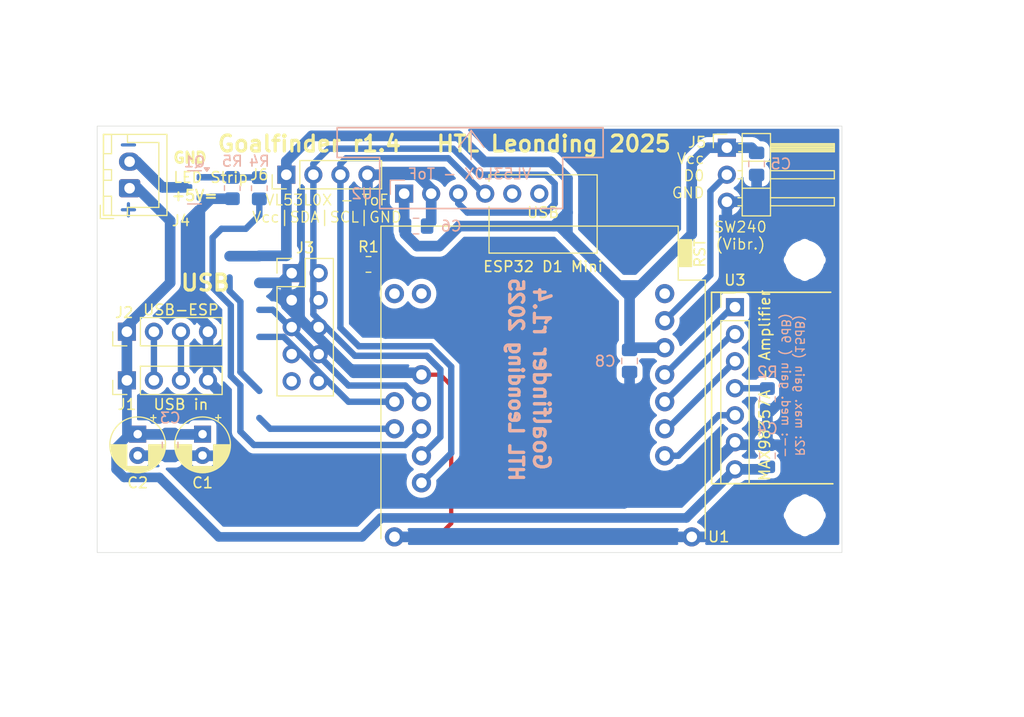
<source format=kicad_pcb>
(kicad_pcb (version 20241229) (generator "pcbnew") (generator_version "9.0")
  (title_block (title "LeoIoT - Goalfinder") (date "2025-06-11") (rev "01.04 SMD") (company "HTL Leonding 2025") (comment 2 "finding the basketball basket and hit detection") (comment 3 "Smart utility for guiding visually impaired people in ") (comment 4 "AISLER Project ID: IUPHFGHO"))
  (layers (0 "F.Cu" signal) (2 "B.Cu" signal) (13 "F.Paste" user) (15 "B.Paste" user) (5 "F.SilkS" user "F.Silkscreen") (7 "B.SilkS" user "B.Silkscreen") (1 "F.Mask" user) (3 "B.Mask" user) (25 "Edge.Cuts" user))
  (net 0 "")
  (net 1 "Net-(Q1-G)")
  (net 3 "Net-(U1-IO_17{slash}U2_TXC)")
  (net 4 "Net-(U1-IO_19{slash}MISO)")
  (net 5 "Net-(U1-IO_05{slash}SS)")
  (net 7 "Net-(U3-GAIN_SLOT)")
  (net 8 "3V3")
  (net 9 "Net-(U1-IO_23{slash}MOSI)")
  (net 10 "Net-(U1-IO_18{slash}CLK)")
  (net 11 "5V")
  (net 12 "GND")
  (net 14 "Net-(J1-Pin_2)")
  (net 15 "Net-(J1-Pin_3)")
  (net 16 "Net-(J5-Pin_2)")
  (net 17 "Net-(J6-Pin_2)")
  (net 18 "Net-(J6-Pin_3)")
  (net 19 "/LED_PWR")
  (net 20 "Net-(J3-Pad9)")
  (net 21 "Net-(J3-Pad1)")
  (net 25 "unconnected-(U1-IO_12{slash}TDI-Pad30)")
  (net 26 "unconnected-(U1-IO_04-Pad32)")
  (net 27 "unconnected-(U1-IO_16{slash}U2_RX-Pad31)")
  (footprint "Resistor_SMD:R_0805_2012Metric_Pad1.20x1.40mm_HandSolder" (layer "F.Cu") (at 140.4375 78.435)
    (property "Reference" "R1" (at 0 -1.65 0) (layer "F.SilkS"))
    (property "Value" "100k")
    (pad "1" smd roundrect (at -1 0) (size 1.2 1.4) (layers "F.Cu" "F.Mask" "F.Paste") (roundrect_rratio 0.208333) (net 11 "5V"))
    (pad "2" smd roundrect (at 1 0) (size 1.2 1.4) (layers "F.Cu" "F.Mask" "F.Paste") (roundrect_rratio 0.208333) (net 21 "Net-(J3-Pad1)"))
  )
  (footprint "MountingHole:MountingHole_3.2mm_M3" (layer "F.Cu") (at 181.4375 102.015 -90)
    (property "Reference" "MH3" (hide yes))
    (property "Value" "MountingHole_3.2mm_M3" (hide yes))
    (fp_line (start 0 0.565685) (end 0 1.4) (stroke (width 0.15)) (layer "F.Cu"))
    (fp_line (start -0.565685 0) (end -1.4 0) (stroke (width 0.15)) (layer "F.Cu"))
    (fp_line (start 0.565685 0) (end 1.4 0) (stroke (width 0.15)) (layer "F.Cu"))
    (fp_line (start 0 -0.565685) (end 0 -1.4) (stroke (width 0.15)) (layer "F.Cu"))
    (fp_circle (center 0 0) (end 0.4 0.4) (stroke (width 0.15)) (fill no) (layer "F.Cu"))
    (fp_line (start 0 0.565685) (end 0 1.4) (stroke (width 0.15)) (layer "B.Cu"))
    (fp_line (start -0.565685 0) (end -1.4 0) (stroke (width 0.15)) (layer "B.Cu"))
    (fp_line (start 0.565685 0) (end 1.4 0) (stroke (width 0.15)) (layer "B.Cu"))
    (fp_line (start 0 -0.565685) (end 0 -1.4) (stroke (width 0.15)) (layer "B.Cu"))
    (fp_circle (center 0 0) (end 0.4 0.4) (stroke (width 0.15)) (fill no) (layer "B.Cu"))
    (pad "" np_thru_hole circle (at 0 0 270) (size 3.2 3.2) (drill 3.2) (layers "*.Cu" "*.Mask"))
  )
  (footprint "Connector_PinHeader_2.54mm:PinHeader_1x04_P2.54mm_Vertical" (layer "F.Cu") (at 117.7315 84.7605 90)
    (property "Reference" "J2" (at 1.7995 -0.254 0) (layer "F.SilkS"))
    (property "Value" "USB-ESP" (at 2.0535 5.08 0) (layer "F.SilkS"))
    (pad "1" thru_hole rect (at 0 0 90) (size 1.7 1.7) (drill 1) (layers "*.Cu" "*.Mask") (net 11 "5V"))
    (pad "2" thru_hole oval (at 0 2.54 90) (size 1.7 1.7) (drill 1) (layers "*.Cu" "*.Mask") (net 14 "Net-(J1-Pin_2)"))
    (pad "3" thru_hole oval (at 0 5.08 90) (size 1.7 1.7) (drill 1) (layers "*.Cu" "*.Mask") (net 15 "Net-(J1-Pin_3)"))
    (pad "4" thru_hole oval (at 0 7.62 90) (size 1.7 1.7) (drill 1) (layers "*.Cu" "*.Mask") (net 12 "GND"))
  )
  (footprint "MountingHole:MountingHole_3.2mm_M3" (layer "F.Cu") (at 118.4375 102.015)
    (property "Reference" "MH4" (hide yes))
    (property "Value" "MountingHole_3.2mm_M3" (hide yes))
    (fp_line (start -0.565685 0) (end -1.4 0) (stroke (width 0.15)) (layer "F.Cu"))
    (fp_line (start 0 -0.565685) (end 0 -1.4) (stroke (width 0.15)) (layer "F.Cu"))
    (fp_line (start 0 0.565685) (end 0 1.4) (stroke (width 0.15)) (layer "F.Cu"))
    (fp_line (start 0.565685 0) (end 1.4 0) (stroke (width 0.15)) (layer "F.Cu"))
    (fp_circle (center 0 0) (end 0.4 0.4) (stroke (width 0.15)) (fill no) (layer "F.Cu"))
    (fp_line (start -0.565685 0) (end -1.4 0) (stroke (width 0.15)) (layer "B.Cu"))
    (fp_line (start 0 -0.565685) (end 0 -1.4) (stroke (width 0.15)) (layer "B.Cu"))
    (fp_line (start 0 0.565685) (end 0 1.4) (stroke (width 0.15)) (layer "B.Cu"))
    (fp_line (start 0.565685 0) (end 1.4 0) (stroke (width 0.15)) (layer "B.Cu"))
    (fp_circle (center 0 0) (end 0.4 0.4) (stroke (width 0.15)) (fill no) (layer "B.Cu"))
    (pad "" np_thru_hole circle (at 0 0) (size 3.2 3.2) (drill 3.2) (layers "*.Cu" "*.Mask"))
  )
  (footprint "Connector_JST:JST_XH_B2B-XH-A_1x02_P2.50mm_Vertical" (layer "F.Cu") (at 117.9855 71.277 90)
    (property "Reference" "J4" (at -3.048 4.826 180) (layer "F.SilkS"))
    (property "Value" "LED Strip" (at 1.016 7.62 180) (layer "F.SilkS"))
    (pad "1" thru_hole roundrect (at 0 0 90) (size 1.7 2) (drill 1) (layers "*.Cu" "*.Mask") (roundrect_rratio 0.147059) (net 11 "5V"))
    (pad "2" thru_hole oval (at 2.5 0 90) (size 1.7 2) (drill 1) (layers "*.Cu" "*.Mask") (net 19 "/LED_PWR"))
  )
  (footprint "Connector_PinHeader_2.54mm:PinHeader_1x04_P2.54mm_Vertical" (layer "F.Cu") (at 117.7315 89.3325 90)
    (property "Reference" "J1" (at -2.2645 0 180) (layer "F.SilkS"))
    (property "Value" "USB in" (at -2.2645 5.08 180) (layer "F.SilkS"))
    (pad "1" thru_hole rect (at 0 0 90) (size 1.7 1.7) (drill 1) (layers "*.Cu" "*.Mask") (net 11 "5V"))
    (pad "2" thru_hole oval (at 0 2.54 90) (size 1.7 1.7) (drill 1) (layers "*.Cu" "*.Mask") (net 14 "Net-(J1-Pin_2)"))
    (pad "3" thru_hole oval (at 0 5.08 90) (size 1.7 1.7) (drill 1) (layers "*.Cu" "*.Mask") (net 15 "Net-(J1-Pin_3)"))
    (pad "4" thru_hole oval (at 0 7.62 90) (size 1.7 1.7) (drill 1) (layers "*.Cu" "*.Mask") (net 12 "GND"))
  )
  (footprint "MountingHole:MountingHole_3.2mm_M3" (layer "F.Cu") (at 118.4375 78.015 -90)
    (property "Reference" "MH1" (hide yes))
    (property "Value" "MountingHole_3.2mm_M3" (hide yes))
    (fp_line (start 0 0.565685) (end 0 1.4) (stroke (width 0.15)) (layer "F.Cu"))
    (fp_line (start -0.565685 0) (end -1.4 0) (stroke (width 0.15)) (layer "F.Cu"))
    (fp_line (start 0.565685 0) (end 1.4 0) (stroke (width 0.15)) (layer "F.Cu"))
    (fp_line (start 0 -0.565685) (end 0 -1.4) (stroke (width 0.15)) (layer "F.Cu"))
    (fp_circle (center 0 0) (end 0.4 0.4) (stroke (width 0.15)) (fill no) (layer "F.Cu"))
    (fp_line (start 0 0.565685) (end 0 1.4) (stroke (width 0.15)) (layer "B.Cu"))
    (fp_line (start -0.565685 0) (end -1.4 0) (stroke (width 0.15)) (layer "B.Cu"))
    (fp_line (start 0.565685 0) (end 1.4 0) (stroke (width 0.15)) (layer "B.Cu"))
    (fp_line (start 0 -0.565685) (end 0 -1.4) (stroke (width 0.15)) (layer "B.Cu"))
    (fp_circle (center 0 0) (end 0.4 0.4) (stroke (width 0.15)) (fill no) (layer "B.Cu"))
    (pad "" np_thru_hole circle (at 0 0 270) (size 3.2 3.2) (drill 3.2) (layers "*.Cu" "*.Mask"))
  )
  (footprint "Connector_PinHeader_2.54mm:PinHeader_1x04_P2.54mm_Vertical" (layer "F.Cu") (at 132.7175 70.007 90)
    (property "Reference" "J6" (at 0 -2.54 180) (layer "F.SilkS"))
    (property "Value" "VL53L0X-ToF Vcc/SDA/SCL/GND" (hide yes))
    (pad "1" thru_hole rect (at 0 0 90) (size 1.7 1.7) (drill 1) (layers "*.Cu" "*.Mask") (net 8 "3V3"))
    (pad "2" thru_hole oval (at 0 2.54 90) (size 1.7 1.7) (drill 1) (layers "*.Cu" "*.Mask") (net 17 "Net-(J6-Pin_2)"))
    (pad "3" thru_hole oval (at 0 5.08 90) (size 1.7 1.7) (drill 1) (layers "*.Cu" "*.Mask") (net 18 "Net-(J6-Pin_3)"))
    (pad "4" thru_hole oval (at 0 7.62 90) (size 1.7 1.7) (drill 1) (layers "*.Cu" "*.Mask") (net 12 "GND"))
  )
  (footprint "Breakout_Boards:MAX98357A_Breakout_Board" (layer "F.Cu") (at 174.8815 82.453)
    (property "Reference" "U3" (at 0 -2.54 0) (layer "F.SilkS"))
    (property "Value" "MAX98357A - Amplifier" (at 2.794 7.366 90) (layer "F.SilkS"))
    (pad "1" thru_hole rect (at 0 0) (size 1.7 1.7) (drill 1) (layers "*.Cu" "*.Mask") (net 5 "Net-(U1-IO_05{slash}SS)"))
    (pad "2" thru_hole oval (at 0 2.54) (size 1.7 1.7) (drill 1) (layers "*.Cu" "*.Mask") (net 9 "Net-(U1-IO_23{slash}MOSI)"))
    (pad "3" thru_hole oval (at 0 5.08) (size 1.7 1.7) (drill 1) (layers "*.Cu" "*.Mask") (net 4 "Net-(U1-IO_19{slash}MISO)"))
    (pad "4" thru_hole oval (at 0 7.62) (size 1.7 1.7) (drill 1) (layers "*.Cu" "*.Mask") (net 7 "Net-(U3-GAIN_SLOT)"))
    (pad "5" thru_hole oval (at 0 10.16) (size 1.7 1.7) (drill 1) (layers "*.Cu" "*.Mask") (net 10 "Net-(U1-IO_18{slash}CLK)"))
    (pad "6" thru_hole oval (at 0 12.7) (size 1.7 1.7) (drill 1) (layers "*.Cu" "*.Mask") (net 12 "GND"))
    (pad "7" thru_hole oval (at 0 15.24) (size 1.7 1.7) (drill 1) (layers "*.Cu" "*.Mask") (net 11 "5V"))
  )
  (footprint "MountingHole:MountingHole_3.2mm_M3" (layer "F.Cu") (at 181.4375 78.015 -90)
    (property "Reference" "MH2" (hide yes))
    (property "Value" "MountingHole_3.2mm_M3" (hide yes))
    (fp_line (start 0 0.565685) (end 0 1.4) (stroke (width 0.15)) (layer "F.Cu"))
    (fp_line (start -0.565685 0) (end -1.4 0) (stroke (width 0.15)) (layer "F.Cu"))
    (fp_line (start 0.565685 0) (end 1.4 0) (stroke (width 0.15)) (layer "F.Cu"))
    (fp_line (start 0 -0.565685) (end 0 -1.4) (stroke (width 0.15)) (layer "F.Cu"))
    (fp_circle (center 0 0) (end 0.4 0.4) (stroke (width 0.15)) (fill no) (layer "F.Cu"))
    (fp_line (start 0 0.565685) (end 0 1.4) (stroke (width 0.15)) (layer "B.Cu"))
    (fp_line (start -0.565685 0) (end -1.4 0) (stroke (width 0.15)) (layer "B.Cu"))
    (fp_line (start 0.565685 0) (end 1.4 0) (stroke (width 0.15)) (layer "B.Cu"))
    (fp_line (start 0 -0.565685) (end 0 -1.4) (stroke (width 0.15)) (layer "B.Cu"))
    (fp_circle (center 0 0) (end 0.4 0.4) (stroke (width 0.15)) (fill no) (layer "B.Cu"))
    (pad "" np_thru_hole circle (at 0 0 270) (size 3.2 3.2) (drill 3.2) (layers "*.Cu" "*.Mask"))
  )
  (footprint "Capacitor_THT:CP_Radial_D5.0mm_P2.00mm" (layer "F.Cu") (at 124.8435 94.391 -90)
    (property "Reference" "C1" (at 4.572 0 0) (layer "F.SilkS"))
    (property "Value" "22µF" (hide yes))
    (pad "1" thru_hole rect (at 0 0 270) (size 1.6 1.6) (drill 0.8) (layers "*.Cu" "*.Mask") (net 11 "5V"))
    (pad "2" thru_hole circle (at 2 0 270) (size 1.6 1.6) (drill 0.8) (layers "*.Cu" "*.Mask") (net 12 "GND"))
  )
  (footprint "Connector_PinHeader_2.54mm:PinHeader_2x05_P2.54mm_Vertical" (layer "F.Cu") (at 133.2175 79.255)
    (property "Reference" "J3" (at 1.27 -2.38 0) (layer "F.SilkS"))
    (property "Value" "GAIN")
    (pad "1" thru_hole rect (at 0 0) (size 1.7 1.7) (drill 1) (layers "*.Cu" "*.Mask") (net 21 "Net-(J3-Pad1)"))
    (pad "2" thru_hole circle (at 2.54 0) (size 1.7 1.7) (drill 1) (layers "*.Cu" "*.Mask") (net 7 "Net-(U3-GAIN_SLOT)"))
    (pad "3" thru_hole circle (at 0 2.54) (size 1.7 1.7) (drill 1) (layers "*.Cu" "*.Mask") (net 11 "5V"))
    (pad "4" thru_hole circle (at 2.54 2.54) (size 1.7 1.7) (drill 1) (layers "*.Cu" "*.Mask") (net 7 "Net-(U3-GAIN_SLOT)"))
    (pad "5" thru_hole circle (at 0 5.08) (size 1.7 1.7) (drill 1) (layers "*.Cu" "*.Mask"))
    (pad "6" thru_hole circle (at 2.54 5.08) (size 1.7 1.7) (drill 1) (layers "*.Cu" "*.Mask") (net 7 "Net-(U3-GAIN_SLOT)"))
    (pad "7" thru_hole circle (at 0 7.62) (size 1.7 1.7) (drill 1) (layers "*.Cu" "*.Mask") (net 12 "GND"))
    (pad "8" thru_hole circle (at 2.54 7.62) (size 1.7 1.7) (drill 1) (layers "*.Cu" "*.Mask") (net 7 "Net-(U3-GAIN_SLOT)"))
    (pad "9" thru_hole circle (at 0 10.16) (size 1.7 1.7) (drill 1) (layers "*.Cu" "*.Mask") (net 20 "Net-(J3-Pad9)"))
    (pad "10" thru_hole circle (at 2.54 10.16) (size 1.7 1.7) (drill 1) (layers "*.Cu" "*.Mask") (net 7 "Net-(U3-GAIN_SLOT)"))
  )
  (footprint "Capacitor_THT:CP_Radial_D5.0mm_P2.00mm" (layer "F.Cu") (at 118.7475 94.391 -90)
    (property "Reference" "C2" (at 4.572 0 0) (layer "F.SilkS"))
    (property "Value" "4,7µF" (hide yes))
    (pad "1" thru_hole rect (at 0 0 270) (size 1.6 1.6) (drill 0.8) (layers "*.Cu" "*.Mask") (net 11 "5V"))
    (pad "2" thru_hole circle (at 2 0 270) (size 1.6 1.6) (drill 0.8) (layers "*.Cu" "*.Mask") (net 12 "GND"))
  )
  (footprint "Connector_PinHeader_2.54mm:PinHeader_1x03_P2.54mm_Horizontal" (layer "F.Cu") (at 174.1195 67.467)
    (property "Reference" "J5" (at -2.794 -0.508 180) (layer "F.SilkS"))
    (property "Value" "SW240 - Vcc/D0/GND" (hide yes))
    (pad "1" thru_hole rect (at 0 0) (size 1.7 1.7) (drill 1) (layers "*.Cu" "*.Mask") (net 8 "3V3"))
    (pad "2" thru_hole oval (at 0 2.54) (size 1.7 1.7) (drill 1) (layers "*.Cu" "*.Mask") (net 16 "Net-(J5-Pin_2)"))
    (pad "3" thru_hole oval (at 0 5.08) (size 1.7 1.7) (drill 1) (layers "*.Cu" "*.Mask") (net 12 "GND"))
  )
  (footprint "ESP32_D1_mini:ESP32_D1_mini" (layer "F.Cu") (at 156.8475 92.613 180)
    (property "Reference" "U1" (at -16.51 -11.43 180) (layer "F.SilkS"))
    (property "Value" "ESP32 D1 Mini" (at 0 13.97 180) (layer "F.SilkS"))
    (fp_text user "RST" (at -14.732 15.24 270) (layer "F.SilkS"))
    (fp_text user "USB" (at 0 19.05 180) (layer "F.SilkS"))
    (pad "1" thru_hole circle (at -13.97 -11.43 90) (size 1.8 1.8) (drill 1) (layers "*.Cu" "*.Mask") (net 12 "GND"))
    (pad "8" thru_hole circle (at -11.43 -3.81 90) (size 1.8 1.8) (drill 1) (layers "*.Cu" "*.Mask") (net 10 "Net-(U1-IO_18{slash}CLK)"))
    (pad "10" thru_hole circle (at -11.43 -1.27 90) (size 1.8 1.8) (drill 1) (layers "*.Cu" "*.Mask") (net 4 "Net-(U1-IO_19{slash}MISO)"))
    (pad "12" thru_hole circle (at -11.43 1.27 90) (size 1.8 1.8) (drill 1) (layers "*.Cu" "*.Mask") (net 9 "Net-(U1-IO_23{slash}MOSI)"))
    (pad "14" thru_hole circle (at -11.43 3.81 90) (size 1.8 1.8) (drill 1) (layers "*.Cu" "*.Mask") (net 5 "Net-(U1-IO_05{slash}SS)"))
    (pad "16" thru_hole circle (at -11.43 6.35 90) (size 1.8 1.8) (drill 1) (layers "*.Cu" "*.Mask") (net 8 "3V3"))
    (pad "18" thru_hole circle (at -11.43 8.89 90) (size 1.8 1.8) (drill 1) (layers "*.Cu" "*.Mask") (net 16 "Net-(J5-Pin_2)"))
    (pad "20" thru_hole circle (at -11.43 11.43 90) (size 1.8 1.8) (drill 1) (layers "*.Cu" "*.Mask"))
    (pad "22" thru_hole circle (at 13.97 -11.43 90) (size 1.8 1.8) (drill 1) (layers "*.Cu" "*.Mask") (net 12 "GND"))
    (pad "25" thru_hole circle (at 11.43 -6.35 90) (size 1.8 1.8) (drill 1) (layers "*.Cu" "*.Mask") (net 18 "Net-(J6-Pin_3)"))
    (pad "27" thru_hole circle (at 11.43 -3.81 90) (size 1.8 1.8) (drill 1) (layers "*.Cu" "*.Mask") (net 17 "Net-(J6-Pin_2)"))
    (pad "29" thru_hole circle (at 11.43 -1.27 90) (size 1.8 1.8) (drill 1) (layers "*.Cu" "*.Mask") (net 3 "Net-(U1-IO_17{slash}U2_TXC)"))
    (pad "30" thru_hole circle (at 13.97 -1.27 90) (size 1.8 1.8) (drill 1) (layers "*.Cu" "*.Mask") (net 25 "unconnected-(U1-IO_12{slash}TDI-Pad30)"))
    (pad "31" thru_hole circle (at 11.43 1.27 90) (size 1.8 1.8) (drill 1) (layers "*.Cu" "*.Mask") (net 27 "unconnected-(U1-IO_16{slash}U2_RX-Pad31)"))
    (pad "32" thru_hole circle (at 13.97 1.27 90) (size 1.8 1.8) (drill 1) (layers "*.Cu" "*.Mask") (net 26 "unconnected-(U1-IO_04-Pad32)"))
    (pad "33" thru_hole circle (at 11.43 3.81 90) (size 1.8 1.8) (drill 1) (layers "*.Cu" "*.Mask") (net 12 "GND"))
    (pad "39" thru_hole circle (at 11.43 11.43 90) (size 1.8 1.8) (drill 1) (layers "*.Cu" "*.Mask"))
    (pad "40" thru_hole circle (at 13.97 11.43 90) (size 1.8 1.8) (drill 1) (layers "*.Cu" "*.Mask"))
  )
  (footprint "Breakout_Boards:VL53L0X_Breakout_Board_vertical_flat" (layer "B.Cu") (at 156.4895 71.785 90)
    (property "Reference" "U2" (at 0 -16.66 0) (layer "B.SilkS") (effects (justify mirror)))
    (property "Value" "VL53L0X - ToF" (hide yes))
    (fp_text user "VL53L0X - ToF" (at 1.27 -0.658 0) (layer "B.SilkS") (effects (justify left bottom mirror)))
    (pad "1" thru_hole rect (at 0 -12.7 90) (size 1.7 1.7) (drill 1) (layers "*.Cu" "*.Mask") (net 8 "3V3"))
    (pad "2" thru_hole oval (at 0 -10.16 90) (size 1.7 1.7) (drill 1) (layers "*.Cu" "*.Mask") (net 12 "GND"))
    (pad "3" thru_hole oval (at 0 -7.62 90) (size 1.7 1.7) (drill 1) (layers "*.Cu" "*.Mask") (net 17 "Net-(J6-Pin_2)"))
    (pad "4" thru_hole oval (at 0 -5.08 90) (size 1.7 1.7) (drill 1) (layers "*.Cu" "*.Mask") (net 18 "Net-(J6-Pin_3)"))
    (pad "5" thru_hole oval (at 0 -2.54 90) (size 1.7 1.7) (drill 1) (layers "*.Cu" "*.Mask"))
    (pad "6" thru_hole oval (at 0 0 90) (size 1.7 1.7) (drill 1) (layers "*.Cu" "*.Mask"))
  )
  (footprint "Capacitor_SMD:C_0805_2012Metric_Pad1.18x1.45mm_HandSolder" (layer "B.Cu") (at 144.9095 74.833)
    (property "Reference" "C6" (at 3.302 0 0) (layer "B.SilkS") (effects (justify mirror)))
    (property "Value" "100nF" (hide yes))
    (pad "1" smd roundrect (at -1.0375 0) (size 1.175 1.45) (layers "B.Cu" "B.Mask" "B.Paste") (roundrect_rratio 0.212766) (net 8 "3V3"))
    (pad "2" smd roundrect (at 1.0375 0) (size 1.175 1.45) (layers "B.Cu" "B.Mask" "B.Paste") (roundrect_rratio 0.212766) (net 12 "GND"))
  )
  (footprint "Capacitor_SMD:C_0805_2012Metric_Pad1.18x1.45mm_HandSolder" (layer "B.Cu") (at 121.7955 95.407 -90)
    (property "Reference" "C3" (at -2.54 0 0) (layer "B.SilkS") (effects (justify mirror)))
    (property "Value" "100nF" (hide yes))
    (pad "1" smd roundrect (at -1.0375 0 270) (size 1.175 1.45) (layers "B.Cu" "B.Mask" "B.Paste") (roundrect_rratio 0.212766) (net 11 "5V"))
    (pad "2" smd roundrect (at 1.0375 0 270) (size 1.175 1.45) (layers "B.Cu" "B.Mask" "B.Paste") (roundrect_rratio 0.212766) (net 12 "GND"))
  )
  (footprint "Resistor_SMD:R_0805_2012Metric_Pad1.20x1.40mm_HandSolder" (layer "B.Cu") (at 177.9295 91.105 90)
    (property "Reference" "R2" (at 2.556 0 180) (layer "B.SilkS") (effects (justify mirror)))
    (property "Value" "100k" (hide yes))
    (pad "1" smd roundrect (at -1 0 90) (size 1.2 1.4) (layers "B.Cu" "B.Mask" "B.Paste") (roundrect_rratio 0.208333) (net 12 "GND"))
    (pad "2" smd roundrect (at 1 0 90) (size 1.2 1.4) (layers "B.Cu" "B.Mask" "B.Paste") (roundrect_rratio 0.208333) (net 20 "Net-(J3-Pad9)"))
  )
  (footprint "Resistor_SMD:R_0805_2012Metric_Pad1.20x1.40mm_HandSolder" (layer "B.Cu") (at 130.1775 71.277 90)
    (property "Reference" "R4" (at 2.54 0 0) (layer "B.SilkS") (effects (justify mirror)))
    (property "Value" "1k" (hide yes))
    (pad "1" smd roundrect (at -1 0 90) (size 1.2 1.4) (layers "B.Cu" "B.Mask" "B.Paste") (roundrect_rratio 0.208333) (net 3 "Net-(U1-IO_17{slash}U2_TXC)"))
    (pad "2" smd roundrect (at 1 0 90) (size 1.2 1.4) (layers "B.Cu" "B.Mask" "B.Paste") (roundrect_rratio 0.208333) (net 1 "Net-(Q1-G)"))
  )
  (footprint "Package_TO_SOT_SMD:SOT-23" (layer "B.Cu") (at 124.0815 71.195 180)
    (property "Reference" "Q1" (at 0 2.4 0) (layer "B.SilkS") (effects (justify mirror)))
    (property "Value" "IRLML2502" (hide yes))
    (pad "1" smd roundrect (at -0.9375 0.95 180) (size 1.475 0.6) (layers "B.Cu" "B.Mask" "B.Paste") (net 1 "Net-(Q1-G)"))
    (pad "2" smd roundrect (at -0.9375 -0.95 180) (size 1.475 0.6) (layers "B.Cu" "B.Mask" "B.Paste") (net 12 "GND"))
    (pad "3" smd roundrect (at 0.9375 0 180) (size 1.475 0.6) (layers "B.Cu" "B.Mask" "B.Paste") (net 19 "/LED_PWR"))
  )
  (footprint "Resistor_SMD:R_0805_2012Metric_Pad1.20x1.40mm_HandSolder" (layer "B.Cu") (at 127.6375 71.261 -90)
    (property "Reference" "R5" (at -2.524 0 0) (layer "B.SilkS") (effects (justify mirror)))
    (property "Value" "33k" (hide yes))
    (pad "1" smd roundrect (at -1 0 270) (size 1.2 1.4) (layers "B.Cu" "B.Mask" "B.Paste") (roundrect_rratio 0.208333) (net 1 "Net-(Q1-G)"))
    (pad "2" smd roundrect (at 1 0 270) (size 1.2 1.4) (layers "B.Cu" "B.Mask" "B.Paste") (roundrect_rratio 0.208333) (net 12 "GND"))
  )
  (footprint "Capacitor_SMD:C_0805_2012Metric_Pad1.18x1.45mm_HandSolder" (layer "B.Cu") (at 164.9755 87.5115 -90)
    (property "Reference" "C8" (at 0.0215 2.286 0) (layer "B.SilkS") (effects (justify mirror)))
    (property "Value" "100nF" (hide yes))
    (pad "1" smd roundrect (at -1.0375 0 270) (size 1.175 1.45) (layers "B.Cu" "B.Mask" "B.Paste") (roundrect_rratio 0.212766) (net 8 "3V3"))
    (pad "2" smd roundrect (at 1.0375 0 270) (size 1.175 1.45) (layers "B.Cu" "B.Mask" "B.Paste") (roundrect_rratio 0.212766) (net 12 "GND"))
  )
  (footprint "Capacitor_SMD:C_0805_2012Metric_Pad1.18x1.45mm_HandSolder" (layer "B.Cu") (at 176.9135 68.991 -90)
    (property "Reference" "C5" (at 0 -2.286 0) (layer "B.SilkS") (effects (justify mirror)))
    (property "Value" "100nF" (hide yes))
    (pad "1" smd roundrect (at -1.0375 0 270) (size 1.175 1.45) (layers "B.Cu" "B.Mask" "B.Paste") (roundrect_rratio 0.212766) (net 8 "3V3"))
    (pad "2" smd roundrect (at 1.0375 0 270) (size 1.175 1.45) (layers "B.Cu" "B.Mask" "B.Paste") (roundrect_rratio 0.212766) (net 12 "GND"))
  )
  (footprint "Capacitor_SMD:C_0805_2012Metric_Pad1.18x1.45mm_HandSolder" (layer "B.Cu") (at 177.9295 96.423 90)
    (property "Reference" "C4" (at 2.54 0 0) (layer "B.SilkS") (effects (justify mirror)))
    (property "Value" "100nF" (hide yes))
    (pad "1" smd roundrect (at -1.0375 0 90) (size 1.175 1.45) (layers "B.Cu" "B.Mask" "B.Paste") (roundrect_rratio 0.212766) (net 11 "5V"))
    (pad "2" smd roundrect (at 1.0375 0 90) (size 1.175 1.45) (layers "B.Cu" "B.Mask" "B.Paste") (roundrect_rratio 0.212766) (net 12 "GND"))
  )
  (gr_rect (start 114.9375 65.435) (end 184.9375 105.515) (stroke (width 0.05)) (fill no) (layer "Edge.Cuts"))
  (gr_text "HTL Leonding 2025" (at 153.5455 98.963 270) (layer "B.Cu" knockout) (effects (font (size 1.3 1.3) (thickness 0.3) (bold yes)) (justify left bottom mirror)))
  (gr_text "Goalfinder r1.4" (at 155.8315 97.947 270) (layer "B.Cu" knockout) (effects (font (size 1.5 1.5) (thickness 0.3) (bold yes)) (justify left bottom mirror)))
  (gr_text "-" (at 119.0015 67.975 0) (layer "B.Cu") (effects (font (size 1.5 1.5) (thickness 0.3) (bold yes)) (justify left bottom mirror)))
  (gr_text "+" (at 119.0015 74.071 0) (layer "B.Cu") (effects (font (size 1.5 1.5) (thickness 0.3) (bold yes)) (justify left bottom mirror)))
  (gr_text "+5V=" (at 126.3675 72.547 0) (layer "F.SilkS") (effects (font (size 1 1) (thickness 0.1875)) (justify right bottom)))
  (gr_text "SW240\n(Vibr.)" (at 175.3895 77.119 0) (layer "F.SilkS") (effects (font (size 1 1) (thickness 0.125)) (justify bottom)))
  (gr_text "HTL Leonding 2025" (at 146.6875 67.975 0) (layer "F.SilkS") (effects (font (size 1.5 1.5) (thickness 0.3) (bold yes)) (justify left bottom)))
  (gr_text "Goalfinder r1.4" (at 126.1135 67.975 0) (layer "F.SilkS") (effects (font (size 1.5 1.5) (thickness 0.3) (bold yes)) (justify left bottom)))
  (gr_text "USB" (at 125.0975 80.167 0) (layer "F.SilkS") (effects (font (size 1.5 1.5) (thickness 0.3) (bold yes))))
  (gr_text "VL53L0X - ToF\nVcc|SDA|SCL|GND" (at 136.5275 74.579 0) (layer "F.SilkS") (effects (font (size 1 1) (thickness 0.125)) (justify bottom)))
  (gr_text "Vcc\nD0\nGND" (at 172.0875 72.293 0) (layer "F.SilkS") (effects (font (size 1 1) (thickness 0.125)) (justify right bottom)))
  (gr_text "GND" (at 125.3515 68.991 0) (layer "F.SilkS") (effects (font (size 1 1) (thickness 0.25) (bold yes)) (justify right bottom)))
  (gr_text "HTL Leonding 2025" (at 153.5455 98.963 -90) (layer "B.SilkS") (effects (font (size 1.3 1.3) (thickness 0.3) (bold yes)) (justify left bottom mirror)))
  (gr_text "R2: max. gain (15dB)\n--: med. gain ( 9dB)" (at 179.1995 89.819 270) (layer "B.SilkS") (effects (font (size 0.8 0.8) (thickness 0.125)) (justify bottom mirror)))
  (gr_text "Goalfinder r1.4" (at 155.8315 97.947 -90) (layer "B.SilkS") (effects (font (size 1.5 1.5) (thickness 0.3) (bold yes)) (justify left bottom mirror)))
  (segment (start 127.3835 79.659) (end 127.3835 80.926208) (width 0.6) (layer "B.Cu") (net 0))
  (segment (start 128.3995 88.549) (end 130.1775 90.327) (width 0.6) (layer "B.Cu") (net 0))
  (segment (start 128.3995 81.942208) (end 128.3995 88.549) (width 0.6) (layer "B.Cu") (net 0))
  (segment (start 127.3835 80.926208) (end 128.3995 81.942208) (width 0.6) (layer "B.Cu") (net 0))
  (segment (start 127.6375 70.261) (end 130.1615 70.261) (width 0.6) (layer "B.Cu") (net 1))
  (segment (start 125.019 70.245) (end 127.6215 70.245) (width 0.6) (layer "B.Cu") (net 1))
  (segment (start 143.8935 95.407) (end 129.6695 95.407) (width 0.6) (layer "B.Cu") (net 3))
  (segment (start 127.4995 88.921792) (end 127.4995 82.315) (width 0.6) (layer "B.Cu") (net 3))
  (segment (start 128.3995 89.821792) (end 127.4995 88.921792) (width 0.6) (layer "B.Cu") (net 3))
  (segment (start 128.9075 75.087) (end 130.1775 73.817) (width 0.6) (layer "B.Cu") (net 3))
  (segment (start 145.4175 93.883) (end 143.8935 95.407) (width 0.6) (layer "B.Cu") (net 3))
  (segment (start 127.4995 82.315) (end 125.7895 80.605) (width 0.6) (layer "B.Cu") (net 3))
  (segment (start 129.6695 95.407) (end 128.3995 94.137) (width 0.6) (layer "B.Cu") (net 3))
  (segment (start 126.6215 75.087) (end 128.9075 75.087) (width 0.6) (layer "B.Cu") (net 3))
  (segment (start 130.1775 73.817) (end 130.1775 72.277) (width 0.6) (layer "B.Cu") (net 3))
  (segment (start 128.3995 94.137) (end 128.3995 89.821792) (width 0.6) (layer "B.Cu") (net 3))
  (segment (start 125.7895 75.919) (end 126.6215 75.087) (width 0.6) (layer "B.Cu") (net 3))
  (segment (start 125.7895 80.605) (end 125.7895 75.919) (width 0.6) (layer "B.Cu") (net 3))
  (segment (start 168.5315 93.883) (end 174.8815 87.533) (width 0.6) (layer "B.Cu") (net 4))
  (segment (start 168.2775 88.803) (end 174.6275 82.453) (width 0.6) (layer "B.Cu") (net 5))
  (segment (start 174.8815 90.073) (end 177.8975 90.073) (width 0.6) (layer "B.Cu") (net 7))
  (segment (start 143.7895 71.785) (end 143.7895 74.7505) (width 1) (layer "B.Cu") (net 8))
  (segment (start 135.0975 66.357) (end 148.8795 66.357) (width 1) (layer "B.Cu") (net 8))
  (segment (start 165.9915 80.421) (end 170.8175 75.595) (width 1) (layer "B.Cu") (net 8))
  (segment (start 163.9595 80.421) (end 165.9915 80.421) (width 1) (layer "B.Cu") (net 8))
  (segment (start 159.1395 73.557) (end 159.1335 73.563) (width 1) (layer "B.Cu") (net 8))
  (segment (start 147.0945 76.712) (end 148.9735 74.833) (width 1) (layer "B.Cu") (net 8))
  (segment (start 148.9735 74.833) (end 157.8635 74.833) (width 1) (layer "B.Cu") (net 8))
  (segment (start 159.1335 75.595) (end 163.9595 80.421) (width 1) (layer "B.Cu") (net 8))
  (segment (start 127.3835 77.659) (end 130.1455 77.659) (width 1) (layer "B.Cu") (net 8))
  (segment (start 145.0105 76.712) (end 147.0945 76.712) (width 1) (layer "B.Cu") (net 8))
  (segment (start 159.1395 70.347944) (end 159.1395 73.557) (width 1) (layer "B.Cu") (net 8))
  (segment (start 170.8175 75.595) (end 170.8175 68.991) (width 1) (layer "B.Cu") (net 8))
  (segment (start 143.872 74.833) (end 143.872 75.5735) (width 1) (layer "B.Cu") (net 8))
  (segment (start 159.1395 73.557) (end 157.8635 74.833) (width 1) (layer "B.Cu") (net 8))
  (segment (start 132.7175 68.737) (end 135.0975 66.357) (width 1) (layer "B.Cu") (net 8))
  (segment (start 130.1775 77.627) (end 132.7175 77.627) (width 1) (layer "B.Cu") (net 8))
  (segment (start 148.8795 66.357) (end 151.3295 68.807) (width 1) (layer "B.Cu") (net 8))
  (segment (start 132.7175 77.627) (end 132.7175 70.007) (width 1) (layer "B.Cu") (net 8))
  (segment (start 158.3715 74.833) (end 159.1335 75.595) (width 1) (layer "B.Cu") (net 8))
  (segment (start 157.8635 74.833) (end 158.3715 74.833) (width 1) (layer "B.Cu") (net 8))
  (segment (start 151.3295 68.807) (end 157.598556 68.807) (width 1) (layer "B.Cu") (net 8))
  (segment (start 143.872 75.5735) (end 145.0105 76.712) (width 1) (layer "B.Cu") (net 8))
  (segment (start 164.9755 86.474) (end 164.9755 81.437) (width 1) (layer "B.Cu") (net 8))
  (segment (start 174.1195 67.467) (end 176.427 67.467) (width 1) (layer "B.Cu") (net 8))
  (segment (start 172.3415 67.467) (end 174.1195 67.467) (width 1) (layer "B.Cu") (net 8))
  (segment (start 165.1865 86.263) (end 164.9755 86.474) (width 1) (layer "B.Cu") (net 8))
  (segment (start 159.1335 73.563) (end 159.1335 75.595) (width 1) (layer "B.Cu") (net 8))
  (segment (start 163.9595 80.421) (end 164.9755 81.437) (width 1) (layer "B.Cu") (net 8))
  (segment (start 168.2775 86.263) (end 165.1865 86.263) (width 1) (layer "B.Cu") (net 8))
  (segment (start 164.9755 81.437) (end 165.9915 80.421) (width 1) (layer "B.Cu") (net 8))
  (segment (start 157.598556 68.807) (end 159.1395 70.347944) (width 1) (layer "B.Cu") (net 8))
  (segment (start 170.8175 68.991) (end 172.3415 67.467) (width 1) (layer "B.Cu") (net 8))
  (segment (start 176.427 67.467) (end 176.9135 67.9535) (width 1) (layer "B.Cu") (net 8))
  (segment (start 132.7175 70.007) (end 132.7175 68.737) (width 1) (layer "B.Cu") (net 8))
  (segment (start 168.2775 91.343) (end 174.6275 84.993) (width 0.6) (layer "B.Cu") (net 9))
  (segment (start 173.3575 92.613) (end 174.8815 92.613) (width 0.6) (layer "B.Cu") (net 10))
  (segment (start 169.5475 96.423) (end 173.3575 92.613) (width 0.6) (layer "B.Cu") (net 10))
  (segment (start 168.2775 96.423) (end 169.5475 96.423) (width 0.6) (layer "B.Cu") (net 10))
  (segment (start 126.3675 104.043) (end 120.7795 98.455) (width 0.9) (layer "B.Cu") (net 11))
  (segment (start 117.7315 89.3325) (end 117.7315 84.7605) (width 1) (layer "B.Cu") (net 11))
  (segment (start 170.3095 102.265) (end 141.6075 102.265) (width 0.9) (layer "B.Cu") (net 11))
  (segment (start 117.4775 98.455) (end 116.7155 97.693) (width 0.9) (layer "B.Cu") (net 11))
  (segment (start 116.7155 97.693) (end 116.7155 95.661) (width 0.9) (layer "B.Cu") (net 11))
  (segment (start 120.7795 98.455) (end 117.4775 98.455) (width 0.9) (layer "B.Cu") (net 11))
  (segment (start 121.7955 74.325) (end 118.7475 71.277) (width 1) (layer "B.Cu") (net 11))
  (segment (start 174.8815 97.693) (end 177.697 97.693) (width 1) (layer "B.Cu") (net 11))
  (segment (start 141.6075 102.265) (end 139.8295 104.043) (width 0.9) (layer "B.Cu") (net 11))
  (segment (start 117.7315 84.7605) (end 117.7315 84.231) (width 1) (layer "B.Cu") (net 11))
  (segment (start 116.7155 95.661) (end 117.7315 94.645) (width 0.9) (layer "B.Cu") (net 11))
  (segment (start 117.7315 94.645) (end 117.7315 89.3325) (width 0.9) (layer "B.Cu") (net 11))
  (segment (start 118.7475 71.277) (end 117.9855 71.277) (width 1) (layer "B.Cu") (net 11))
  (segment (start 174.8815 97.693) (end 170.3095 102.265) (width 0.9) (layer "B.Cu") (net 11))
  (segment (start 118.7475 94.4125) (end 124.8435 94.4125) (width 1) (layer "B.Cu") (net 11))
  (segment (start 121.7955 80.167) (end 121.7955 74.325) (width 1) (layer "B.Cu") (net 11))
  (segment (start 177.697 97.693) (end 177.9295 97.4605) (width 1) (layer "B.Cu") (net 11))
  (segment (start 117.7315 84.231) (end 121.7955 80.167) (width 1) (layer "B.Cu") (net 11))
  (segment (start 139.8295 104.043) (end 126.3675 104.043) (width 0.9) (layer "B.Cu") (net 11))
  (segment (start 146.9415 104.043) (end 142.8775 104.043) (width 0.4) (layer "F.Cu") (net 12))
  (segment (start 148.2115 102.773) (end 146.9415 104.043) (width 0.4) (layer "F.Cu") (net 12))
  (segment (start 145.4175 88.803) (end 147.1955 88.803) (width 0.4) (layer "F.Cu") (net 12))
  (segment (start 148.2115 89.819) (end 148.2115 102.773) (width 0.4) (layer "F.Cu") (net 12))
  (segment (start 147.1955 88.803) (end 148.2115 89.819) (width 0.4) (layer "F.Cu") (net 12))
  (segment (start 179.5295 89.271726) (end 178.862774 88.605) (width 1) (layer "B.Cu") (net 12))
  (segment (start 146.3295 71.344919) (end 146.3295 71.785) (width 1) (layer "B.Cu") (net 12))
  (segment (start 125.3515 89.3325) (end 126.8755 90.8565) (width 1) (layer "B.Cu") (net 12))
  (segment (start 145.2335 88.619) (end 145.4175 88.803) (width 1) (layer "B.Cu") (net 12))
  (segment (start 132.7175 82.279944) (end 139.056556 88.619) (width 1) (layer "B.Cu") (net 12))
  (segment (start 175.8975 72.547) (end 176.9135 71.531) (width 1) (layer "B.Cu") (net 12))
  (segment (start 178.924 95.3855) (end 177.9295 95.3855) (width 1) (layer "B.Cu") (net 12))
  (segment (start 126.8755 95.791) (end 126.2435 96.423) (width 1) (layer "B.Cu") (net 12))
  (segment (start 125.6375 72.261) (end 127.6375 72.261) (width 1) (layer "B.Cu") (net 12))
  (segment (start 149.4815 87.613944) (end 149.4815 100.233) (width 1) (layer "B.Cu") (net 12))
  (segment (start 124.5895 73.309) (end 125.6375 72.261) (width 1) (layer "B.Cu") (net 12))
  (segment (start 178.2395 88.605) (end 177.1675 87.533) (width 1) (layer "B.Cu") (net 12))
  (segment (start 179.9615 98.455) (end 179.9615 96.423) (width 1) (layer "B.Cu") (net 12))
  (segment (start 171.3255 98.709) (end 174.8815 95.153) (width 1) (layer "B.Cu") (net 12))
  (segment (start 146.792556 84.925) (end 149.4815 87.613944) (width 1) (layer "B.Cu") (net 12))
  (segment (start 178.362774 92.105) (end 179.5295 90.938274) (width 1) (layer "B.Cu") (net 12))
  (segment (start 124.5895 83.469) (end 124.5895 73.309) (width 1) (layer "B.Cu") (net 12))
  (segment (start 125.3515 84.7605) (end 125.3515 89.3325) (width 1) (layer "B.Cu") (net 12))
  (segment (start 146.3295 71.785) (end 146.3295 74.4505) (width 1) (layer "B.Cu") (net 12))
  (segment (start 149.4815 100.233) (end 149.0415 100.673) (width 1) (layer "B.Cu") (net 12))
  (segment (start 179.5295 90.938274) (end 179.5295 89.271726) (width 1) (layer "B.Cu") (net 12))
  (segment (start 177.9295 95.3855) (end 177.9295 92.105) (width 1) (layer "B.Cu") (net 12))
  (segment (start 164.9755 88.549) (end 164.9755 95.915) (width 1) (layer "B.Cu") (net 12))
  (segment (start 130.1775 80.167) (end 132.2525 80.167) (width 1) (layer "B.Cu") (net 12))
  (segment (start 167.7695 98.709) (end 171.3255 98.709) (width 1) (layer "B.Cu") (net 12))
  (segment (start 174.1195 77.373) (end 174.1195 72.547) (width 1) (layer "B.Cu") (net 12))
  (segment (start 132.7175 79.702) (end 132.7175 82.279944) (width 1) (layer "B.Cu") (net 12))
  (segment (start 140.3375 70.007) (end 144.991581 70.007) (width 1) (layer "B.Cu") (net 12))
  (segment (start 139.056556 88.619) (end 145.2335 88.619) (width 1) (layer "B.Cu") (net 12))
  (segment (start 126.8755 98.201) (end 129.6695 100.995) (width 0.8) (layer "B.Cu") (net 12))
  (segment (start 126.2435 96.423) (end 126.8755 97.055) (width 0.8) (layer "B.Cu") (net 12))
  (segment (start 177.1675 80.421) (end 174.1195 77.373) (width 1) (layer "B.Cu") (net 12))
  (segment (start 125.3515 84.231) (end 124.5895 83.469) (width 1) (layer "B.Cu") (net 12))
  (segment (start 142.0475 84.925) (end 146.792556 84.925) (width 1) (layer "B.Cu") (net 12))
  (segment (start 140.3375 70.007) (end 140.3375 83.215) (width 1) (layer "B.Cu") (net 12))
  (segment (start 146.3295 74.4505) (end 145.947 74.833) (width 1) (layer "B.Cu") (net 12))
  (segment (start 129.6695 100.995) (end 164.4675 100.995) (width 0.8) (layer "B.Cu") (net 12))
  (segment (start 126.2435 96.423) (end 124.8435 96.423) (width 1) (layer "B.Cu") (net 12))
  (segment (start 167.2615 98.201) (end 167.7695 98.709) (width 1) (layer "B.Cu") (net 12))
  (segment (start 179.9615 96.423) (end 178.924 95.3855) (width 1) (layer "B.Cu") (net 12))
  (segment (start 140.3375 83.215) (end 142.0475 84.925) (width 1) (layer "B.Cu") (net 12))
  (segment (start 124.8435 96.4125) (end 118.7475 96.4125) (width 1) (layer "B.Cu") (net 12))
  (segment (start 174.3735 104.043) (end 179.9615 98.455) (width 1) (layer "B.Cu") (net 12))
  (segment (start 178.862774 88.605) (end 178.2395 88.605) (width 1) (layer "B.Cu") (net 12))
  (segment (start 142.8775 104.043) (end 170.8175 104.043) (width 1) (layer "B.Cu") (net 12))
  (segment (start 177.1675 87.533) (end 177.1675 80.421) (width 1) (layer "B.Cu") (net 12))
  (segment (start 177.9295 95.3855) (end 175.114 95.3855) (width 1) (layer "B.Cu") (net 12))
  (segment (start 170.8175 104.043) (end 174.3735 104.043) (width 1) (layer "B.Cu") (net 12))
  (segment (start 132.2525 80.167) (end 132.7175 79.702) (width 1) (layer "B.Cu") (net 12))
  (segment (start 174.1195 72.547) (end 175.8975 72.547) (width 1) (layer "B.Cu") (net 12))
  (segment (start 144.991581 70.007) (end 146.3295 71.344919) (width 1) (layer "B.Cu") (net 12))
  (segment (start 176.9135 71.531) (end 176.9135 70.0285) (width 1) (layer "B.Cu") (net 12))
  (segment (start 164.9755 95.915) (end 167.2615 98.201) (width 1) (layer "B.Cu") (net 12))
  (segment (start 126.8755 90.8565) (end 126.8755 95.791) (width 1) (layer "B.Cu") (net 12))
  (segment (start 125.3515 84.7605) (end 125.3515 84.231) (width 1) (layer "B.Cu") (net 12))
  (segment (start 126.8755 97.055) (end 126.8755 98.201) (width 0.8) (layer "B.Cu") (net 12))
  (segment (start 177.9295 92.105) (end 178.362774 92.105) (width 1) (layer "B.Cu") (net 12))
  (segment (start 164.4675 100.995) (end 167.2615 98.201) (width 0.8) (layer "B.Cu") (net 12))
  (segment (start 120.2715 89.3325) (end 120.2715 84.7605) (width 0.6) (layer "B.Cu") (net 14))
  (segment (start 122.8115 89.3325) (end 122.8115 84.7605) (width 0.6) (layer "B.Cu") (net 15))
  (segment (start 172.5695 79.431) (end 172.5695 71.557) (width 0.6) (layer "B.Cu") (net 16))
  (segment (start 168.2775 83.723) (end 172.5695 79.431) (width 0.6) (layer "B.Cu") (net 16))
  (segment (start 172.5695 71.557) (end 174.1195 70.007) (width 0.6) (layer "B.Cu") (net 16))
  (segment (start 135.2575 70.007) (end 135.2575 68.991) (width 0.6) (layer "B.Cu") (net 17))
  (segment (start 135.2575 83.122888) (end 135.2575 70.007) (width 0.6) (layer "B.Cu") (net 17))
  (segment (start 139.159612 87.025) (end 135.2575 83.122888) (width 0.6) (layer "B.Cu") (net 17))
  (segment (start 157.1015 73.563) (end 149.7355 73.563) (width 0.6) (layer "B.Cu") (net 17))
  (segment (start 150.832444 70.007) (end 157.1015 70.007) (width 0.6) (layer "B.Cu") (net 17))
  (segment (start 149.7355 73.563) (end 148.8695 72.697) (width 0.6) (layer "B.Cu") (net 17))
  (segment (start 145.902242 87.025) (end 139.159612 87.025) (width 0.6) (layer "B.Cu") (net 17))
  (segment (start 145.4175 96.423) (end 147.1955 94.645) (width 0.6) (layer "B.Cu") (net 17))
  (segment (start 157.9395 70.845) (end 157.9395 72.725) (width 0.6) (layer "B.Cu") (net 17))
  (segment (start 135.2575 68.991) (end 136.6915 67.557) (width 0.6) (layer "B.Cu") (net 17))
  (segment (start 157.9395 72.725) (end 157.1015 73.563) (width 0.6) (layer "B.Cu") (net 17))
  (segment (start 148.382444 67.557) (end 150.832444 70.007) (width 0.6) (layer "B.Cu") (net 17))
  (segment (start 147.1955 94.645) (end 147.1955 88.318258) (width 0.6) (layer "B.Cu") (net 17))
  (segment (start 157.1015 70.007) (end 157.9395 70.845) (width 0.6) (layer "B.Cu") (net 17))
  (segment (start 136.6915 67.557) (end 148.382444 67.557) (width 0.6) (layer "B.Cu") (net 17))
  (segment (start 148.8695 72.697) (end 148.8695 71.785) (width 0.6) (layer "B.Cu") (net 17))
  (segment (start 147.1955 88.318258) (end 145.902242 87.025) (width 0.6) (layer "B.Cu") (net 17))
  (segment (start 147.9315 68.457) (end 151.2595 71.785) (width 0.6) (layer "B.Cu") (net 18))
  (segment (start 137.7975 70.007) (end 137.7975 68.991) (width 0.6) (layer "B.Cu") (net 18))
  (segment (start 139.532404 86.125) (end 137.7975 84.390096) (width 0.6) (layer "B.Cu") (net 18))
  (segment (start 137.7975 84.390096) (end 137.7975 70.007) (width 0.6) (layer "B.Cu") (net 18))
  (segment (start 148.2115 96.169) (end 148.2115 88.041) (width 0.6) (layer "B.Cu") (net 18))
  (segment (start 148.2115 88.041) (end 146.2955 86.125) (width 0.6) (layer "B.Cu") (net 18))
  (segment (start 137.7975 68.991) (end 138.3315 68.457) (width 0.6) (layer "B.Cu") (net 18))
  (segment (start 145.4175 98.963) (end 148.2115 96.169) (width 0.6) (layer "B.Cu") (net 18))
  (segment (start 138.3315 68.457) (end 147.9315 68.457) (width 0.6) (layer "B.Cu") (net 18))
  (segment (start 146.2955 86.125) (end 139.532404 86.125) (width 0.6) (layer "B.Cu") (net 18))
  (segment (start 151.2595 71.785) (end 151.4095 71.785) (width 0.6) (layer "B.Cu") (net 18))
  (segment (start 118.6605 68.777) (end 117.9855 68.777) (width 1) (layer "B.Cu") (net 19))
  (segment (start 123.144 71.195) (end 121.0785 71.195) (width 1) (layer "B.Cu") (net 19))
  (segment (start 121.0785 71.195) (end 118.6605 68.777) (width 1) (layer "B.Cu") (net 19))
  (segment (start 131.1935 93.883) (end 130.1775 92.867) (width 0.6) (layer "B.Cu") (net 25))
  (segment (start 142.8775 93.883) (end 131.1935 93.883) (width 0.6) (layer "B.Cu") (net 25))
  (segment (start 142.8775 91.343) (end 138.5595 91.343) (width 0.6) (layer "B.Cu") (net 26))
  (segment (start 132.4635 85.247) (end 130.1775 85.247) (width 0.6) (layer "B.Cu") (net 26))
  (segment (start 138.5595 91.343) (end 132.4635 85.247) (width 0.6) (layer "B.Cu") (net 26))
  (segment (start 138.5595 89.819) (end 131.4475 82.707) (width 0.6) (layer "B.Cu") (net 27))
  (segment (start 145.4175 91.343) (end 143.8935 89.819) (width 0.6) (layer "B.Cu") (net 27))
  (segment (start 131.4475 82.707) (end 130.1775 82.707) (width 0.6) (layer "B.Cu") (net 27))
  (segment (start 143.8935 89.819) (end 138.5595 89.819) (width 0.6) (layer "B.Cu") (net 27))
  (zone (net 0) (net_name "") (layer "B.Cu") (name "No GND") (connect_pads (clearance 0)) (min_thickness 0.25)
    (keepout (tracks allowed) (vias allowed) (pads allowed) (copperpour not_allowed) (footprints allowed))
    (fill (thermal_gap 0.5) (thermal_bridge_width 0.5))
    (polygon (pts (xy 125.3515 71.785) (xy 124.8435 72.293) (xy 124.8435 76.357) (xy 125.3515 76.357) (xy 126.6215 75.087) (xy 130.9395 75.087) (xy 130.9395 72.801) (xy 129.9235 71.785)))
  )
  (zone (net 0) (net_name "") (layer "B.Cu") (name "No-GND_ToF") (connect_pads (clearance 0)) (min_thickness 0.25)
    (keepout (tracks allowed) (vias allowed) (pads allowed) (copperpour not_allowed) (footprints allowed))
    (fill (thermal_gap 0.5) (thermal_bridge_width 0.5))
    (polygon (pts (xy 143.8935 72.039) (xy 149.2275 72.039) (xy 149.2275 74.071) (xy 146.9415 76.357) (xy 144.9095 76.357) (xy 143.8935 75.341)))
  )
  (zone (net 12) (net_name "GND") (layer "B.Cu") (connect_pads no (clearance 0.5)) (min_thickness 0.25) (fill yes (thermal_gap 0.5) (thermal_bridge_width 0.5))
    (polygon (pts (xy 125.3515 71.785) (xy 122.0495 75.087) (xy 122.0495 80.167) (xy 117.7315 84.485) (xy 117.7315 98.201) (xy 117.9855 98.455) (xy 121.0335 98.455) (xy 124.3355 101.757) (xy 124.3355 102.265) (xy 126.8755 104.805) (xy 185.0415 104.805) (xy 185.0415 65.689) (xy 184.7875 65.435) (xy 148.7195 65.435) (xy 145.344928 68.483) (xy 135.7655 68.483) (xy 132.4635 71.785)))
  )
)
</source>
